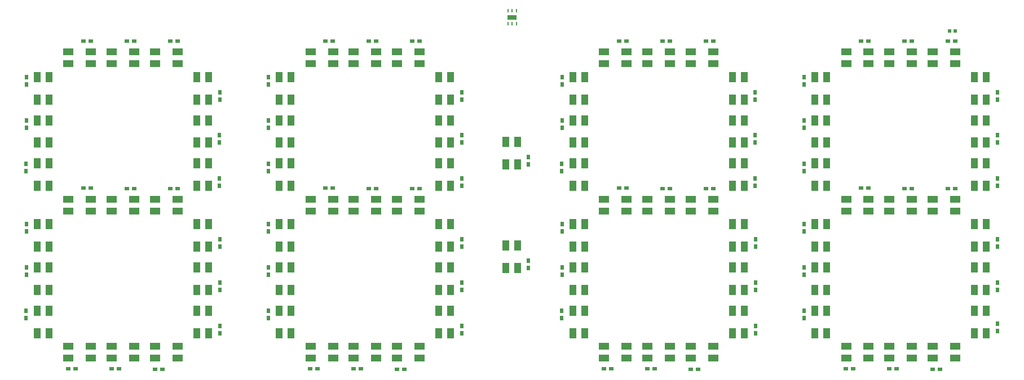
<source format=gbp>
G04 #@! TF.GenerationSoftware,KiCad,Pcbnew,7.0.9*
G04 #@! TF.CreationDate,2024-10-07T22:48:35-04:00*
G04 #@! TF.ProjectId,Digital Clock,44696769-7461-46c2-9043-6c6f636b2e6b,rev?*
G04 #@! TF.SameCoordinates,Original*
G04 #@! TF.FileFunction,Paste,Bot*
G04 #@! TF.FilePolarity,Positive*
%FSLAX46Y46*%
G04 Gerber Fmt 4.6, Leading zero omitted, Abs format (unit mm)*
G04 Created by KiCad (PCBNEW 7.0.9) date 2024-10-07 22:48:35*
%MOMM*%
%LPD*%
G01*
G04 APERTURE LIST*
%ADD10R,1.000000X1.649600*%
%ADD11R,0.540000X0.790000*%
%ADD12R,1.649600X1.000000*%
%ADD13R,0.790000X0.540000*%
%ADD14R,0.570000X0.540000*%
%ADD15R,0.250000X0.550000*%
%ADD16R,1.350000X0.650000*%
G04 APERTURE END LIST*
D10*
X74446200Y-105995800D03*
X76226200Y-105995800D03*
X76226200Y-109375400D03*
X74446200Y-109375400D03*
X180596200Y-109375400D03*
X178816200Y-109375400D03*
X178816200Y-105995800D03*
X180596200Y-105995800D03*
D11*
X138240200Y-108263600D03*
X138240200Y-109363600D03*
D10*
X191236600Y-90346000D03*
X193016600Y-90346000D03*
X193016600Y-93725600D03*
X191236600Y-93725600D03*
D12*
X166051000Y-126152200D03*
X166051000Y-124372200D03*
X169430600Y-124372200D03*
X169430600Y-126152200D03*
D13*
X210025000Y-127787400D03*
X208925000Y-127787400D03*
D12*
X92121000Y-126152200D03*
X92121000Y-124372200D03*
X95500600Y-124372200D03*
X95500600Y-126152200D03*
D14*
X212306200Y-76900000D03*
X211446200Y-76900000D03*
D11*
X218610200Y-99145000D03*
X218610200Y-100245000D03*
D13*
X87892800Y-78435200D03*
X88992800Y-78435200D03*
D11*
X109182600Y-84954200D03*
X109182600Y-83854200D03*
D13*
X80204400Y-127762000D03*
X79104400Y-127762000D03*
D11*
X148226200Y-111500000D03*
X148226200Y-112600000D03*
D13*
X173664600Y-127787400D03*
X172564600Y-127787400D03*
D11*
X138180600Y-92617200D03*
X138180600Y-93717200D03*
D10*
X191236600Y-118995800D03*
X193016600Y-118995800D03*
X193016600Y-122375400D03*
X191236600Y-122375400D03*
X100166200Y-93725600D03*
X98386200Y-93725600D03*
X98386200Y-90346000D03*
X100166200Y-90346000D03*
D13*
X168322800Y-100592800D03*
X169422800Y-100592800D03*
D11*
X182249800Y-92617200D03*
X182249800Y-93717200D03*
D12*
X121981800Y-126152200D03*
X121981800Y-124372200D03*
X125361400Y-124372200D03*
X125361400Y-126152200D03*
D10*
X154876200Y-90346000D03*
X156656200Y-90346000D03*
X156656200Y-93725600D03*
X154876200Y-93725600D03*
D11*
X101854000Y-114766000D03*
X101854000Y-115866000D03*
D10*
X110807000Y-112495800D03*
X112587000Y-112495800D03*
X112587000Y-115875400D03*
X110807000Y-115875400D03*
D13*
X124253600Y-78435200D03*
X125353600Y-78435200D03*
D10*
X110807000Y-118995800D03*
X112587000Y-118995800D03*
X112587000Y-122375400D03*
X110807000Y-122375400D03*
D12*
X95500600Y-102222400D03*
X95500600Y-104002400D03*
X92121000Y-104002400D03*
X92121000Y-102222400D03*
D13*
X117751200Y-100567400D03*
X118851200Y-100567400D03*
D15*
X145120600Y-73919000D03*
X145770600Y-73919000D03*
X146420600Y-73919000D03*
X146420600Y-75819000D03*
X145770600Y-75819000D03*
X145120600Y-75819000D03*
D16*
X145770600Y-74869000D03*
D13*
X160634400Y-127762000D03*
X159534400Y-127762000D03*
X203522600Y-127762000D03*
X202422600Y-127762000D03*
D12*
X212291000Y-102222400D03*
X212291000Y-104002400D03*
X208911400Y-104002400D03*
X208911400Y-102222400D03*
X205791000Y-80072600D03*
X205791000Y-81852600D03*
X202411400Y-81852600D03*
X202411400Y-80072600D03*
D13*
X93234600Y-127787400D03*
X92134600Y-127787400D03*
D11*
X189586800Y-97984400D03*
X189586800Y-96884400D03*
X109182600Y-113605400D03*
X109182600Y-112505400D03*
D10*
X180596200Y-93725600D03*
X178816200Y-93725600D03*
X178816200Y-90346000D03*
X180596200Y-90346000D03*
D11*
X189612200Y-113605400D03*
X189612200Y-112505400D03*
D12*
X205791000Y-102222400D03*
X205791000Y-104002400D03*
X202411400Y-104002400D03*
X202411400Y-102222400D03*
D11*
X218669800Y-108263600D03*
X218669800Y-109363600D03*
D10*
X191236600Y-112495800D03*
X193016600Y-112495800D03*
X193016600Y-115875400D03*
X191236600Y-115875400D03*
D11*
X72821800Y-84954200D03*
X72821800Y-83854200D03*
D12*
X159551000Y-126152200D03*
X159551000Y-124372200D03*
X162930600Y-124372200D03*
X162930600Y-126152200D03*
X202411400Y-126152200D03*
X202411400Y-124372200D03*
X205791000Y-124372200D03*
X205791000Y-126152200D03*
D10*
X100166200Y-122375400D03*
X98386200Y-122375400D03*
X98386200Y-118995800D03*
X100166200Y-118995800D03*
X216956600Y-93725600D03*
X215176600Y-93725600D03*
X215176600Y-90346000D03*
X216956600Y-90346000D03*
X191236600Y-105995800D03*
X193016600Y-105995800D03*
X193016600Y-109375400D03*
X191236600Y-109375400D03*
D13*
X168322800Y-78435200D03*
X169422800Y-78435200D03*
D10*
X74446200Y-96846000D03*
X76226200Y-96846000D03*
X76226200Y-100225600D03*
X74446200Y-100225600D03*
D12*
X85621000Y-126152200D03*
X85621000Y-124372200D03*
X89000600Y-124372200D03*
X89000600Y-126152200D03*
X79121000Y-126152200D03*
X79121000Y-124372200D03*
X82500600Y-124372200D03*
X82500600Y-126152200D03*
D13*
X211211000Y-78435200D03*
X212311000Y-78435200D03*
D11*
X72796400Y-97984400D03*
X72796400Y-96884400D03*
D12*
X162930600Y-102222400D03*
X162930600Y-104002400D03*
X159551000Y-104002400D03*
X159551000Y-102222400D03*
D10*
X136527000Y-122375400D03*
X134747000Y-122375400D03*
X134747000Y-118995800D03*
X136527000Y-118995800D03*
D11*
X218635600Y-86114800D03*
X218635600Y-87214800D03*
D10*
X100166200Y-115875400D03*
X98386200Y-115875400D03*
X98386200Y-112495800D03*
X100166200Y-112495800D03*
X110807000Y-90346000D03*
X112587000Y-90346000D03*
X112587000Y-93725600D03*
X110807000Y-93725600D03*
D11*
X138206000Y-86114800D03*
X138206000Y-87214800D03*
D10*
X136527000Y-115875400D03*
X134747000Y-115875400D03*
X134747000Y-112495800D03*
X136527000Y-112495800D03*
X110807000Y-83846000D03*
X112587000Y-83846000D03*
X112587000Y-87225600D03*
X110807000Y-87225600D03*
D12*
X89000600Y-80072600D03*
X89000600Y-81852600D03*
X85621000Y-81852600D03*
X85621000Y-80072600D03*
D11*
X153251800Y-113605400D03*
X153251800Y-112505400D03*
X189612200Y-107077600D03*
X189612200Y-105977600D03*
D13*
X117751200Y-78409800D03*
X118851200Y-78409800D03*
D10*
X180596200Y-115875400D03*
X178816200Y-115875400D03*
X178816200Y-112495800D03*
X180596200Y-112495800D03*
D12*
X175930600Y-102222400D03*
X175930600Y-104002400D03*
X172551000Y-104002400D03*
X172551000Y-102222400D03*
D13*
X94420600Y-78435200D03*
X95520600Y-78435200D03*
D12*
X115481800Y-126152200D03*
X115481800Y-124372200D03*
X118861400Y-124372200D03*
X118861400Y-126152200D03*
D10*
X216956600Y-109375400D03*
X215176600Y-109375400D03*
X215176600Y-105995800D03*
X216956600Y-105995800D03*
D11*
X101879400Y-108263600D03*
X101879400Y-109363600D03*
D10*
X100166200Y-87225600D03*
X98386200Y-87225600D03*
X98386200Y-83846000D03*
X100166200Y-83846000D03*
D11*
X109157200Y-97984400D03*
X109157200Y-96884400D03*
X189586800Y-120107800D03*
X189586800Y-119007800D03*
X101819800Y-92617200D03*
X101819800Y-93717200D03*
X72821800Y-91482000D03*
X72821800Y-90382000D03*
D10*
X191236600Y-96846000D03*
X193016600Y-96846000D03*
X193016600Y-100225600D03*
X191236600Y-100225600D03*
X100166200Y-100225600D03*
X98386200Y-100225600D03*
X98386200Y-96846000D03*
X100166200Y-96846000D03*
D12*
X169430600Y-80072600D03*
X169430600Y-81852600D03*
X166051000Y-81852600D03*
X166051000Y-80072600D03*
D11*
X189612200Y-91482000D03*
X189612200Y-90382000D03*
D10*
X191236600Y-83846000D03*
X193016600Y-83846000D03*
X193016600Y-87225600D03*
X191236600Y-87225600D03*
D13*
X211211000Y-100592800D03*
X212311000Y-100592800D03*
D10*
X74446200Y-90346000D03*
X76226200Y-90346000D03*
X76226200Y-93725600D03*
X74446200Y-93725600D03*
D12*
X208911400Y-126152200D03*
X208911400Y-124372200D03*
X212291000Y-124372200D03*
X212291000Y-126152200D03*
D11*
X101819800Y-99145000D03*
X101819800Y-100245000D03*
D10*
X110807000Y-105995800D03*
X112587000Y-105995800D03*
X112587000Y-109375400D03*
X110807000Y-109375400D03*
D12*
X82500600Y-80072600D03*
X82500600Y-81852600D03*
X79121000Y-81852600D03*
X79121000Y-80072600D03*
D10*
X154876200Y-83846000D03*
X156656200Y-83846000D03*
X156656200Y-87225600D03*
X154876200Y-87225600D03*
D13*
X161820400Y-100567400D03*
X162920400Y-100567400D03*
D10*
X216956600Y-100225600D03*
X215176600Y-100225600D03*
X215176600Y-96846000D03*
X216956600Y-96846000D03*
D13*
X167162200Y-127762000D03*
X166062200Y-127762000D03*
D11*
X182284000Y-121293800D03*
X182284000Y-122393800D03*
D10*
X180596200Y-87225600D03*
X178816200Y-87225600D03*
X178816200Y-83846000D03*
X180596200Y-83846000D03*
X136527000Y-87225600D03*
X134747000Y-87225600D03*
X134747000Y-83846000D03*
X136527000Y-83846000D03*
X154876200Y-105995800D03*
X156656200Y-105995800D03*
X156656200Y-109375400D03*
X154876200Y-109375400D03*
D12*
X162930600Y-80072600D03*
X162930600Y-81852600D03*
X159551000Y-81852600D03*
X159551000Y-80072600D03*
D11*
X153226400Y-97984400D03*
X153226400Y-96884400D03*
D10*
X136527000Y-93725600D03*
X134747000Y-93725600D03*
X134747000Y-90346000D03*
X136527000Y-90346000D03*
D12*
X131861400Y-102222400D03*
X131861400Y-104002400D03*
X128481800Y-104002400D03*
X128481800Y-102222400D03*
D13*
X94420600Y-100592800D03*
X95520600Y-100592800D03*
D11*
X182309400Y-108263600D03*
X182309400Y-109363600D03*
X182249800Y-99145000D03*
X182249800Y-100245000D03*
D13*
X124253600Y-100592800D03*
X125353600Y-100592800D03*
D11*
X109182600Y-107077600D03*
X109182600Y-105977600D03*
D12*
X212291000Y-80072600D03*
X212291000Y-81852600D03*
X208911400Y-81852600D03*
X208911400Y-80072600D03*
D10*
X146576200Y-112599800D03*
X144796200Y-112599800D03*
X144796200Y-109220200D03*
X146576200Y-109220200D03*
D12*
X118861400Y-80072600D03*
X118861400Y-81852600D03*
X115481800Y-81852600D03*
X115481800Y-80072600D03*
X199291000Y-80072600D03*
X199291000Y-81852600D03*
X195911400Y-81852600D03*
X195911400Y-80072600D03*
D10*
X146576200Y-96975100D03*
X144796200Y-96975100D03*
X144796200Y-93595500D03*
X146576200Y-93595500D03*
X110807000Y-96846000D03*
X112587000Y-96846000D03*
X112587000Y-100225600D03*
X110807000Y-100225600D03*
D13*
X123093000Y-127762000D03*
X121993000Y-127762000D03*
D11*
X101854000Y-121293800D03*
X101854000Y-122393800D03*
D13*
X174850600Y-100592800D03*
X175950600Y-100592800D03*
D12*
X118861400Y-102222400D03*
X118861400Y-104002400D03*
X115481800Y-104002400D03*
X115481800Y-102222400D03*
D10*
X180596200Y-100225600D03*
X178816200Y-100225600D03*
X178816200Y-96846000D03*
X180596200Y-96846000D03*
D13*
X198180800Y-100567400D03*
X199280800Y-100567400D03*
D10*
X100166200Y-109375400D03*
X98386200Y-109375400D03*
X98386200Y-105995800D03*
X100166200Y-105995800D03*
D12*
X199291000Y-102222400D03*
X199291000Y-104002400D03*
X195911400Y-104002400D03*
X195911400Y-102222400D03*
D11*
X148226200Y-95870000D03*
X148226200Y-96970000D03*
X72821800Y-107077600D03*
X72821800Y-105977600D03*
D12*
X89000600Y-102222400D03*
X89000600Y-104002400D03*
X85621000Y-104002400D03*
X85621000Y-102222400D03*
D13*
X204683200Y-78435200D03*
X205783200Y-78435200D03*
X116565200Y-127762000D03*
X115465200Y-127762000D03*
D11*
X138214800Y-121293800D03*
X138214800Y-122393800D03*
X138180600Y-99145000D03*
X138180600Y-100245000D03*
X153226400Y-120107800D03*
X153226400Y-119007800D03*
D10*
X136527000Y-109375400D03*
X134747000Y-109375400D03*
X134747000Y-105995800D03*
X136527000Y-105995800D03*
X180596200Y-122375400D03*
X178816200Y-122375400D03*
X178816200Y-118995800D03*
X180596200Y-118995800D03*
D13*
X198180800Y-78409800D03*
X199280800Y-78409800D03*
D11*
X218617800Y-120938200D03*
X218617800Y-122038200D03*
X153251800Y-91482000D03*
X153251800Y-90382000D03*
X182284000Y-114766000D03*
X182284000Y-115866000D03*
D12*
X95500600Y-80072600D03*
X95500600Y-81852600D03*
X92121000Y-81852600D03*
X92121000Y-80072600D03*
D11*
X72796400Y-120107800D03*
X72796400Y-119007800D03*
X153251800Y-84954200D03*
X153251800Y-83854200D03*
X153251800Y-107077600D03*
X153251800Y-105977600D03*
D12*
X195911400Y-126152200D03*
X195911400Y-124372200D03*
X199291000Y-124372200D03*
X199291000Y-126152200D03*
D13*
X86732200Y-127762000D03*
X85632200Y-127762000D03*
D10*
X216956600Y-87225600D03*
X215176600Y-87225600D03*
X215176600Y-83846000D03*
X216956600Y-83846000D03*
X154876200Y-96846000D03*
X156656200Y-96846000D03*
X156656200Y-100225600D03*
X154876200Y-100225600D03*
X216956600Y-122375400D03*
X215176600Y-122375400D03*
X215176600Y-118995800D03*
X216956600Y-118995800D03*
D12*
X169430600Y-102222400D03*
X169430600Y-104002400D03*
X166051000Y-104002400D03*
X166051000Y-102222400D03*
X175930600Y-80072600D03*
X175930600Y-81852600D03*
X172551000Y-81852600D03*
X172551000Y-80072600D03*
D13*
X161820400Y-78409800D03*
X162920400Y-78409800D03*
X204683200Y-100592800D03*
X205783200Y-100592800D03*
D11*
X101845200Y-86114800D03*
X101845200Y-87214800D03*
D13*
X87892800Y-100592800D03*
X88992800Y-100592800D03*
D11*
X72821800Y-113605400D03*
X72821800Y-112505400D03*
D12*
X125361400Y-102222400D03*
X125361400Y-104002400D03*
X121981800Y-104002400D03*
X121981800Y-102222400D03*
D13*
X174850600Y-78435200D03*
X175950600Y-78435200D03*
X81390400Y-100567400D03*
X82490400Y-100567400D03*
D12*
X82500600Y-102222400D03*
X82500600Y-104002400D03*
X79121000Y-104002400D03*
X79121000Y-102222400D03*
X125361400Y-80072600D03*
X125361400Y-81852600D03*
X121981800Y-81852600D03*
X121981800Y-80072600D03*
D10*
X216956600Y-115875400D03*
X215176600Y-115875400D03*
X215176600Y-112495800D03*
X216956600Y-112495800D03*
D11*
X138214800Y-114766000D03*
X138214800Y-115866000D03*
D10*
X154876200Y-118995800D03*
X156656200Y-118995800D03*
X156656200Y-122375400D03*
X154876200Y-122375400D03*
D11*
X189612200Y-84954200D03*
X189612200Y-83854200D03*
D10*
X74446200Y-83846000D03*
X76226200Y-83846000D03*
X76226200Y-87225600D03*
X74446200Y-87225600D03*
X154876200Y-112495800D03*
X156656200Y-112495800D03*
X156656200Y-115875400D03*
X154876200Y-115875400D03*
D11*
X218610200Y-92617200D03*
X218610200Y-93717200D03*
D10*
X74446200Y-112495800D03*
X76226200Y-112495800D03*
X76226200Y-115875400D03*
X74446200Y-115875400D03*
X136527000Y-100225600D03*
X134747000Y-100225600D03*
X134747000Y-96846000D03*
X136527000Y-96846000D03*
D11*
X182275200Y-86114800D03*
X182275200Y-87214800D03*
D13*
X130781400Y-100592800D03*
X131881400Y-100592800D03*
D12*
X172551000Y-126152200D03*
X172551000Y-124372200D03*
X175930600Y-124372200D03*
X175930600Y-126152200D03*
X131861400Y-80072600D03*
X131861400Y-81852600D03*
X128481800Y-81852600D03*
X128481800Y-80072600D03*
D11*
X109182600Y-91482000D03*
X109182600Y-90382000D03*
D13*
X81390400Y-78409800D03*
X82490400Y-78409800D03*
D12*
X128481800Y-126152200D03*
X128481800Y-124372200D03*
X131861400Y-124372200D03*
X131861400Y-126152200D03*
D13*
X129595400Y-127787400D03*
X128495400Y-127787400D03*
D11*
X218644400Y-114766000D03*
X218644400Y-115866000D03*
D13*
X196994800Y-127762000D03*
X195894800Y-127762000D03*
X130781400Y-78435200D03*
X131881400Y-78435200D03*
D10*
X74446200Y-118995800D03*
X76226200Y-118995800D03*
X76226200Y-122375400D03*
X74446200Y-122375400D03*
D11*
X109157200Y-120107800D03*
X109157200Y-119007800D03*
M02*

</source>
